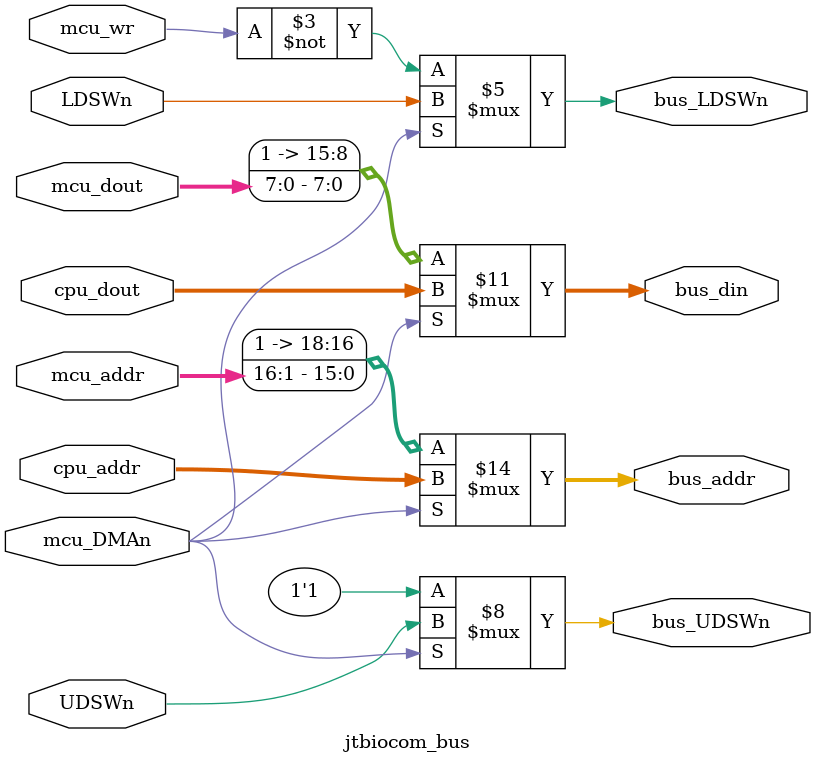
<source format=v>
/*  This file is part of JTGNG.
    JTGNG program is free software: you can redistribute it and/or modify
    it under the terms of the GNU General Public License as published by
    the Free Software Foundation, either version 3 of the License, or
    (at your option) any later version.

    JTGNG program is distributed in the hope that it will be useful,
    but WITHOUT ANY WARRANTY; without even the implied warranty of
    MERCHANTABILITY or FITNESS FOR A PARTICULAR PURPOSE.  See the
    GNU General Public License for more details.

    You should have received a copy of the GNU General Public License
    along with JTGNG.  If not, see <http://www.gnu.org/licenses/>.

    Author: Jose Tejada Gomez. Twitter: @topapate
    Version: 1.0
    Date: 12-9-2019 */

// Bionic Commando: Main CPU


module jtbiocom_bus(
    input      [16:1]  mcu_addr,
    input      [19:1]  cpu_addr,
    input              mcu_wr,
    input              UDSWn,
    input              LDSWn,
    input              mcu_DMAn,
    input      [ 7:0]  mcu_dout,
    input      [15:0]  cpu_dout,

    output reg [19:1]  bus_addr,
    output reg [15:0]  bus_din,
    output reg         bus_UDSWn,
    output reg         bus_LDSWn
);

always @(*) begin
    if ( !mcu_DMAn ) begin // MCU access
        bus_addr  = {3'b111, mcu_addr };
        bus_din   = { 8'hff, mcu_dout };
        bus_UDSWn = 1'b1;
        bus_LDSWn = ~mcu_wr;
    end else begin // OBJ access
        bus_addr  = cpu_addr;
        bus_din   = cpu_dout;
        bus_UDSWn = UDSWn;
        bus_LDSWn = LDSWn;
    end
end


endmodule

</source>
